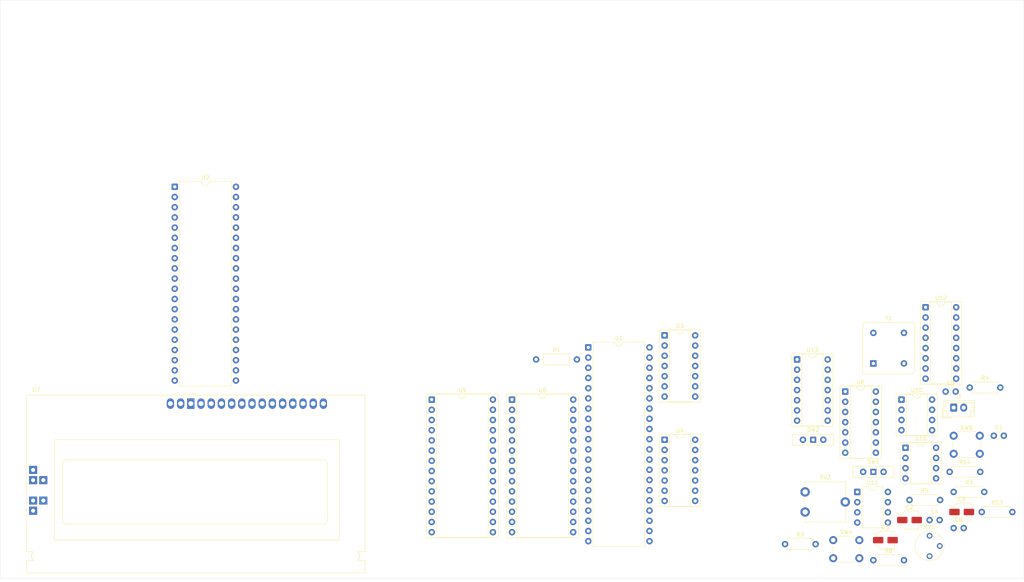
<source format=kicad_pcb>
(kicad_pcb (version 20241229) (generator "pcbnew") (generator_version "9.0")
  (layers (0 "F.Cu" signal) (2 "B.Cu" signal) (13 "F.Paste" user) (15 "B.Paste" user) (5 "F.SilkS" user "F.Silkscreen") (7 "B.SilkS" user "B.Silkscreen") (1 "F.Mask" user) (3 "B.Mask" user) (25 "Edge.Cuts" user))
  (net 0 "")
  (net 2 "+5V")
  (net 3 "/D3")
  (net 4 "/A5")
  (net 5 "GND")
  (net 6 "/A7")
  (net 7 "/A1")
  (net 8 "/A9")
  (net 9 "/A8")
  (net 10 "/D7")
  (net 11 "/A13")
  (net 13 "/D4")
  (net 15 "/R{slash}W")
  (net 17 "/D6")
  (net 19 "/A0")
  (net 20 "/A10")
  (net 21 "/A15")
  (net 22 "/A11")
  (net 23 "/Reset")
  (net 24 "/A6")
  (net 25 "/A2")
  (net 27 "/A3")
  (net 28 "/A14")
  (net 29 "/A12")
  (net 30 "/Clock")
  (net 31 "Net-(U1-RDY)")
  (net 32 "/A4")
  (net 34 "/D1")
  (net 35 "/D0")
  (net 36 "/D2")
  (net 37 "/D5")
  (net 38 "Net-(U2-~{CS2})")
  (net 40 "Net-(U2-PB0)")
  (net 41 "Net-(U2-PB5)")
  (net 42 "Net-(U2-PB2)")
  (net 47 "Net-(U2-PB6)")
  (net 49 "Net-(U2-PB4)")
  (net 52 "Net-(U2-PB7)")
  (net 56 "Net-(U2-PB1)")
  (net 63 "Net-(U8-~{CS})")
  (net 64 "Net-(U10-THR)")
  (net 65 "Net-(U10-DIS)")
  (net 66 "Slow Clock")
  (net 67 "Net-(U10-CV)")
  (net 68 "Net-(U11-DIS)")
  (net 69 "Net-(U11-TR)")
  (net 70 "Net-(U11-CV)")
  (net 71 "Net-(SW2-B)")
  (net 72 "Net-(U16-DIS)")
  (net 73 "Net-(U16-Q)")
  (net 74 "Net-(U16-TR)")
  (net 75 "Net-(U16-CV)")
  (net 76 "Net-(U12A-C)")
  (net 77 "Net-(R5-Pad2)")
  (net 79 "Net-(SW1-B)")
  (net 80 "Net-(U3-Pad5)")
  (net 81 "Net-(U3-Pad6)")
  (net 82 "Net-(U9-~{CS})")
  (net 83 "Net-(U3-Pad4)")
  (net 84 "Net-(U3-Pad2)")
  (net 85 "Net-(U4-Pad2)")
  (net 86 "Reset")
  (net 87 "Net-(U13-Pad10)")
  (net 88 "Net-(SW2-A)")
  (net 90 "Net-(U12A-~{Q})")
  (net 92 "Net-(U13-Pad12)")
  (net 93 "Clock")
  (net 94 "Net-(U13-Pad13)")
  (net 95 "Fast Clock")
  (footprint "Display:RC1602A" (layer "F.Cu") (at 66 116)
    (property "Reference" "U7" (at -38.53 -3.41 180) (layer "F.SilkS"))
    (property "Value" "RC1602A")
    (pad "" np_thru_hole circle (at -38.28 38 180) (size 2.5 2.5) (drill 2.5) (layers "*.Cu" "*.Mask"))
    (pad "" np_thru_hole circle (at -36.78 2 180) (size 2.5 2.5) (drill 2.5) (layers "*.Cu" "*.Mask"))
    (pad "" np_thru_hole circle (at 39.22 2 180) (size 2.5 2.5) (drill 2.5) (layers "*.Cu" "*.Mask"))
    (pad "" np_thru_hole circle (at 40.72 38 180) (size 2.5 2.5) (drill 2.5) (layers "*.Cu" "*.Mask"))
    (pad "1" thru_hole rect (at 0 0 180) (size 1.8 2.6) (drill 1.2) (layers "*.Cu" "*.Mask") (net 5 "GND"))
    (pad "2" thru_hole oval (at 2.54 0 180) (size 1.8 2.6) (drill 1.2) (layers "*.Cu" "*.Mask") (net 2 "+5V"))
    (pad "3" thru_hole oval (at 5.08 0 180) (size 1.8 2.6) (drill 1.2) (layers "*.Cu" "*.Mask") (net 5 "GND"))
    (pad "4" thru_hole oval (at 7.62 0 180) (size 1.8 2.6) (drill 1.2) (layers "*.Cu" "*.Mask") (net 56 "Net-(U2-PB1)"))
    (pad "5" thru_hole oval (at 10.16 0 180) (size 1.8 2.6) (drill 1.2) (layers "*.Cu" "*.Mask") (net 42 "Net-(U2-PB2)"))
    (pad "6" thru_hole oval (at 12.7 0 180) (size 1.8 2.6) (drill 1.2) (layers "*.Cu" "*.Mask") (net 40 "Net-(U2-PB0)"))
    (pad "7" thru_hole oval (at 15.24 0 180) (size 1.8 2.6) (drill 1.2) (layers "*.Cu" "*.Mask"))
    (pad "8" thru_hole oval (at 17.78 0 180) (size 1.8 2.6) (drill 1.2) (layers "*.Cu" "*.Mask"))
    (pad "9" thru_hole oval (at 20.32 0 180) (size 1.8 2.6) (drill 1.2) (layers "*.Cu" "*.Mask"))
    (pad "10" thru_hole oval (at 22.86 0 180) (size 1.8 2.6) (drill 1.2) (layers "*.Cu" "*.Mask"))
    (pad "11" thru_hole oval (at 25.4 0 180) (size 1.8 2.6) (drill 1.2) (layers "*.Cu" "*.Mask") (net 49 "Net-(U2-PB4)"))
    (pad "12" thru_hole oval (at 27.94 0 180) (size 1.8 2.6) (drill 1.2) (layers "*.Cu" "*.Mask") (net 41 "Net-(U2-PB5)"))
    (pad "13" thru_hole oval (at 30.48508 0.00254 180) (size 1.8 2.6) (drill 1.2) (layers "*.Cu" "*.Mask") (net 47 "Net-(U2-PB6)"))
    (pad "14" thru_hole oval (at 33.02 0 180) (size 1.8 2.6) (drill 1.2) (layers "*.Cu" "*.Mask") (net 52 "Net-(U2-PB7)"))
    (pad "15" thru_hole oval (at -5.08 0 180) (size 1.8 2.6) (drill 1.2) (layers "*.Cu" "*.Mask") (net 2 "+5V"))
    (pad "16" thru_hole oval (at -2.53492 0.00254 180) (size 1.8 2.6) (drill 1.2) (layers "*.Cu" "*.Mask") (net 2 "+5V"))
    (pad "A1" thru_hole rect (at -39.28 24.14 180) (size 2 2) (drill 1) (layers "*.Cu" "*.Mask"))
    (pad "A1" thru_hole rect (at -39.28 26.68 180) (size 2 2) (drill 1) (layers "*.Cu" "*.Mask"))
    (pad "A1" thru_hole rect (at -36.74 24.14 180) (size 2 2) (drill 1) (layers "*.Cu" "*.Mask"))
    (pad "K1" thru_hole rect (at -39.28 16.52 180) (size 2 2) (drill 1) (layers "*.Cu" "*.Mask"))
    (pad "K1" thru_hole rect (at -39.28 19.06 180) (size 2 2) (drill 1) (layers "*.Cu" "*.Mask"))
    (pad "K1" thru_hole rect (at -36.74 19.06 180) (size 2 2) (drill 1) (layers "*.Cu" "*.Mask"))
  )
  (footprint "Resistor_THT:R_Axial_DIN0207_L6.3mm_D2.5mm_P7.62mm_Horizontal" (layer "F.Cu") (at 255 133)
    (property "Reference" "R14" (at 3.81 -2.37 0) (layer "F.SilkS"))
    (property "Value" "1k")
    (pad "1" thru_hole circle (at 0 0) (size 1.6 1.6) (drill 0.8) (layers "*.Cu" "*.Mask") (net 72 "Net-(U16-DIS)"))
    (pad "2" thru_hole circle (at 7.62 0) (size 1.6 1.6) (drill 0.8) (layers "*.Cu" "*.Mask") (net 2 "+5V"))
  )
  (footprint "Resistor_THT:R_Axial_DIN0207_L6.3mm_D2.5mm_P7.62mm_Horizontal" (layer "F.Cu") (at 236 155)
    (property "Reference" "R8" (at 3.81 -2.37 0) (layer "F.SilkS"))
    (property "Value" "1k")
    (pad "1" thru_hole circle (at 0 0) (size 1.6 1.6) (drill 0.8) (layers "*.Cu" "*.Mask") (net 68 "Net-(U11-DIS)"))
    (pad "2" thru_hole circle (at 7.62 0) (size 1.6 1.6) (drill 0.8) (layers "*.Cu" "*.Mask") (net 2 "+5V"))
  )
  (footprint "Capacitor_SMD:CP_Elec_4x3" (layer "F.Cu") (at 245 145)
    (property "Reference" "C2" (at 0 -3.2 0) (layer "F.SilkS"))
    (property "Value" ".22u")
    (pad "1" smd roundrect (at -1.8 0) (size 2.6 1.6) (layers "F.Cu" "F.Mask" "F.Paste") (roundrect_rratio 0.15625) (net 64 "Net-(U10-THR)"))
    (pad "2" smd roundrect (at 1.8 0) (size 2.6 1.6) (layers "F.Cu" "F.Mask" "F.Paste") (roundrect_rratio 0.15625) (net 5 "GND"))
  )
  (footprint "Package_DIP:DIP-28_W15.24mm_Socket" (layer "F.Cu") (at 146 115)
    (property "Reference" "U8" (at 7.62 -2.33 0) (layer "F.SilkS"))
    (property "Value" "HM62256BLP")
    (pad "1" thru_hole roundrect (at 0 0) (size 1.6 1.6) (drill 0.8) (layers "*.Cu" "*.Mask") (roundrect_rratio 0.15625) (net 28 "/A14"))
    (pad "2" thru_hole circle (at 0 2.54) (size 1.6 1.6) (drill 0.8) (layers "*.Cu" "*.Mask") (net 29 "/A12"))
    (pad "3" thru_hole circle (at 0 5.08) (size 1.6 1.6) (drill 0.8) (layers "*.Cu" "*.Mask") (net 6 "/A7"))
    (pad "4" thru_hole circle (at 0 7.62) (size 1.6 1.6) (drill 0.8) (layers "*.Cu" "*.Mask") (net 24 "/A6"))
    (pad "5" thru_hole circle (at 0 10.16) (size 1.6 1.6) (drill 0.8) (layers "*.Cu" "*.Mask") (net 4 "/A5"))
    (pad "6" thru_hole circle (at 0 12.7) (size 1.6 1.6) (drill 0.8) (layers "*.Cu" "*.Mask") (net 32 "/A4"))
    (pad "7" thru_hole circle (at 0 15.24) (size 1.6 1.6) (drill 0.8) (layers "*.Cu" "*.Mask") (net 27 "/A3"))
    (pad "8" thru_hole circle (at 0 17.78) (size 1.6 1.6) (drill 0.8) (layers "*.Cu" "*.Mask") (net 25 "/A2"))
    (pad "9" thru_hole circle (at 0 20.32) (size 1.6 1.6) (drill 0.8) (layers "*.Cu" "*.Mask") (net 7 "/A1"))
    (pad "10" thru_hole circle (at 0 22.86) (size 1.6 1.6) (drill 0.8) (layers "*.Cu" "*.Mask") (net 19 "/A0"))
    (pad "11" thru_hole circle (at 0 25.4) (size 1.6 1.6) (drill 0.8) (layers "*.Cu" "*.Mask") (net 35 "/D0"))
    (pad "12" thru_hole circle (at 0 27.94) (size 1.6 1.6) (drill 0.8) (layers "*.Cu" "*.Mask") (net 34 "/D1"))
    (pad "13" thru_hole circle (at 0 30.48) (size 1.6 1.6) (drill 0.8) (layers "*.Cu" "*.Mask") (net 36 "/D2"))
    (pad "14" thru_hole circle (at 0 33.02) (size 1.6 1.6) (drill 0.8) (layers "*.Cu" "*.Mask") (net 5 "GND"))
    (pad "15" thru_hole circle (at 15.24 33.02) (size 1.6 1.6) (drill 0.8) (layers "*.Cu" "*.Mask") (net 3 "/D3"))
    (pad "16" thru_hole circle (at 15.24 30.48) (size 1.6 1.6) (drill 0.8) (layers "*.Cu" "*.Mask") (net 13 "/D4"))
    (pad "17" thru_hole circle (at 15.24 27.94) (size 1.6 1.6) (drill 0.8) (layers "*.Cu" "*.Mask") (net 37 "/D5"))
    (pad "18" thru_hole circle (at 15.24 25.4) (size 1.6 1.6) (drill 0.8) (layers "*.Cu" "*.Mask") (net 17 "/D6"))
    (pad "19" thru_hole circle (at 15.24 22.86) (size 1.6 1.6) (drill 0.8) (layers "*.Cu" "*.Mask") (net 10 "/D7"))
    (pad "20" thru_hole circle (at 15.24 20.32) (size 1.6 1.6) (drill 0.8) (layers "*.Cu" "*.Mask") (net 63 "Net-(U8-~{CS})"))
    (pad "21" thru_hole circle (at 15.24 17.78) (size 1.6 1.6) (drill 0.8) (layers "*.Cu" "*.Mask") (net 20 "/A10"))
    (pad "22" thru_hole circle (at 15.24 15.24) (size 1.6 1.6) (drill 0.8) (layers "*.Cu" "*.Mask") (net 5 "GND"))
    (pad "23" thru_hole circle (at 15.24 12.7) (size 1.6 1.6) (drill 0.8) (layers "*.Cu" "*.Mask") (net 22 "/A11"))
    (pad "24" thru_hole circle (at 15.24 10.16) (size 1.6 1.6) (drill 0.8) (layers "*.Cu" "*.Mask") (net 8 "/A9"))
    (pad "25" thru_hole circle (at 15.24 7.62) (size 1.6 1.6) (drill 0.8) (layers "*.Cu" "*.Mask") (net 9 "/A8"))
    (pad "26" thru_hole circle (at 15.24 5.08) (size 1.6 1.6) (drill 0.8) (layers "*.Cu" "*.Mask") (net 11 "/A13"))
    (pad "27" thru_hole circle (at 15.24 2.54) (size 1.6 1.6) (drill 0.8) (layers "*.Cu" "*.Mask") (net 15 "/R{slash}W"))
    (pad "28" thru_hole circle (at 15.24 0) (size 1.6 1.6) (drill 0.8) (layers "*.Cu" "*.Mask") (net 2 "+5V"))
  )
  (footprint "Capacitor_SMD:CP_Elec_4x3" (layer "F.Cu") (at 239 150)
    (property "Reference" "C5" (at 0 -3.2 0) (layer "F.SilkS"))
    (property "Value" "3.3u")
    (pad "1" smd roundrect (at -1.8 0) (size 2.6 1.6) (layers "F.Cu" "F.Mask" "F.Paste") (roundrect_rratio 0.15625) (net 68 "Net-(U11-DIS)"))
    (pad "2" smd roundrect (at 1.8 0) (size 2.6 1.6) (layers "F.Cu" "F.Mask" "F.Paste") (roundrect_rratio 0.15625) (net 5 "GND"))
  )
  (footprint "Package_DIP:DIP-8_W7.62mm_Socket" (layer "F.Cu") (at 244 127)
    (property "Reference" "U16" (at 3.81 -2.33 0) (layer "F.SilkS"))
    (property "Value" "NA555P")
    (pad "1" thru_hole roundrect (at 0 0) (size 1.6 1.6) (drill 0.8) (layers "*.Cu" "*.Mask") (roundrect_rratio 0.15625) (net 5 "GND"))
    (pad "2" thru_hole circle (at 0 2.54) (size 1.6 1.6) (drill 0.8) (layers "*.Cu" "*.Mask") (net 74 "Net-(U16-TR)"))
    (pad "3" thru_hole circle (at 0 5.08) (size 1.6 1.6) (drill 0.8) (layers "*.Cu" "*.Mask") (net 73 "Net-(U16-Q)"))
    (pad "4" thru_hole circle (at 0 7.62) (size 1.6 1.6) (drill 0.8) (layers "*.Cu" "*.Mask") (net 2 "+5V"))
    (pad "5" thru_hole circle (at 7.62 7.62) (size 1.6 1.6) (drill 0.8) (layers "*.Cu" "*.Mask") (net 75 "Net-(U16-CV)"))
    (pad "6" thru_hole circle (at 7.62 5.08) (size 1.6 1.6) (drill 0.8) (layers "*.Cu" "*.Mask") (net 72 "Net-(U16-DIS)"))
    (pad "7" thru_hole circle (at 7.62 2.54) (size 1.6 1.6) (drill 0.8) (layers "*.Cu" "*.Mask") (net 72 "Net-(U16-DIS)"))
    (pad "8" thru_hole circle (at 7.62 0) (size 1.6 1.6) (drill 0.8) (layers "*.Cu" "*.Mask") (net 2 "+5V"))
  )
  (footprint "Button_Switch_THT:SW_Slide-03_Wuerth-WS-SLTV_10x2.5x6.4_P2.54mm" (layer "F.Cu") (at 221 125)
    (property "Reference" "SW2" (at 0 -2.54 0) (layer "F.SilkS"))
    (property "Value" "CLK_SEL")
    (pad "1" thru_hole rect (at 0 0) (size 1.5 1.5) (drill 0.8) (layers "*.Cu" "*.Mask") (net 88 "Net-(SW2-A)"))
    (pad "2" thru_hole circle (at -2.54 0) (size 1.6 1.6) (drill 0.8) (layers "*.Cu" "*.Mask") (net 71 "Net-(SW2-B)"))
    (pad "3" thru_hole circle (at 2.54 0) (size 1.6 1.6) (drill 0.8) (layers "*.Cu" "*.Mask") (net 66 "Slow Clock"))
  )
  (footprint "Package_DIP:DIP-40_W15.24mm" (layer "F.Cu") (at 62 62)
    (property "Reference" "U2" (at 7.62 -2.33 0) (layer "F.SilkS"))
    (property "Value" "W65C22SxP")
    (pad "1" thru_hole roundrect (at 0 0) (size 1.6 1.6) (drill 0.8) (layers "*.Cu" "*.Mask") (roundrect_rratio 0.15625) (net 5 "GND"))
    (pad "2" thru_hole circle (at 0 2.54) (size 1.6 1.6) (drill 0.8) (layers "*.Cu" "*.Mask"))
    (pad "3" thru_hole circle (at 0 5.08) (size 1.6 1.6) (drill 0.8) (layers "*.Cu" "*.Mask"))
    (pad "4" thru_hole circle (at 0 7.62) (size 1.6 1.6) (drill 0.8) (layers "*.Cu" "*.Mask"))
    (pad "5" thru_hole circle (at 0 10.16) (size 1.6 1.6) (drill 0.8) (layers "*.Cu" "*.Mask"))
    (pad "6" thru_hole circle (at 0 12.7) (size 1.6 1.6) (drill 0.8) (layers "*.Cu" "*.Mask"))
    (pad "7" thru_hole circle (at 0 15.24) (size 1.6 1.6) (drill 0.8) (layers "*.Cu" "*.Mask"))
    (pad "8" thru_hole circle (at 0 17.78) (size 1.6 1.6) (drill 0.8) (layers "*.Cu" "*.Mask"))
    (pad "9" thru_hole circle (at 0 20.32) (size 1.6 1.6) (drill 0.8) (layers "*.Cu" "*.Mask"))
    (pad "10" thru_hole circle (at 0 22.86) (size 1.6 1.6) (drill 0.8) (layers "*.Cu" "*.Mask") (net 40 "Net-(U2-PB0)"))
    (pad "11" thru_hole circle (at 0 25.4) (size 1.6 1.6) (drill 0.8) (layers "*.Cu" "*.Mask") (net 56 "Net-(U2-PB1)"))
    (pad "12" thru_hole circle (at 0 27.94) (size 1.6 1.6) (drill 0.8) (layers "*.Cu" "*.Mask") (net 42 "Net-(U2-PB2)"))
    (pad "13" thru_hole circle (at 0 30.48) (size 1.6 1.6) (drill 0.8) (layers "*.Cu" "*.Mask"))
    (pad "14" thru_hole circle (at 0 33.02) (size 1.6 1.6) (drill 0.8) (layers "*.Cu" "*.Mask") (net 49 "Net-(U2-PB4)"))
    (pad "15" thru_hole circle (at 0 35.56) (size 1.6 1.6) (drill 0.8) (layers "*.Cu" "*.Mask") (net 41 "Net-(U2-PB5)"))
    (pad "16" thru_hole circle (at 0 38.1) (size 1.6 1.6) (drill 0.8) (layers "*.Cu" "*.Mask") (net 47 "Net-(U2-PB6)"))
    (pad "17" thru_hole circle (at 0 40.64) (size 1.6 1.6) (drill 0.8) (layers "*.Cu" "*.Mask") (net 52 "Net-(U2-PB7)"))
    (pad "18" thru_hole circle (at 0 43.18) (size 1.6 1.6) (drill 0.8) (layers "*.Cu" "*.Mask"))
    (pad "19" thru_hole circle (at 0 45.72) (size 1.6 1.6) (drill 0.8) (layers "*.Cu" "*.Mask"))
    (pad "20" thru_hole circle (at 0 48.26) (size 1.6 1.6) (drill 0.8) (layers "*.Cu" "*.Mask") (net 2 "+5V"))
    (pad "21" thru_hole circle (at 15.24 48.26) (size 1.6 1.6) (drill 0.8) (layers "*.Cu" "*.Mask") (net 2 "+5V"))
    (pad "22" thru_hole circle (at 15.24 45.72) (size 1.6 1.6) (drill 0.8) (layers "*.Cu" "*.Mask") (net 15 "/R{slash}W"))
    (pad "23" thru_hole circle (at 15.24 43.18) (size 1.6 1.6) (drill 0.8) (layers "*.Cu" "*.Mask") (net 38 "Net-(U2-~{CS2})"))
    (pad "24" thru_hole circle (at 15.24 40.64) (size 1.6 1.6) (drill 0.8) (layers "*.Cu" "*.Mask") (net 21 "/A15"))
    (pad "25" thru_hole circle (at 15.24 38.1) (size 1.6 1.6) (drill 0.8) (layers "*.Cu" "*.Mask") (net 30 "/Clock"))
    (pad "26" thru_hole circle (at 15.24 35.56) (size 1.6 1.6) (drill 0.8) (layers "*.Cu" "*.Mask") (net 10 "/D7"))
    (pad "27" thru_hole circle (at 15.24 33.02) (size 1.6 1.6) (drill 0.8) (layers "*.Cu" "*.Mask") (net 17 "/D6"))
    (pad "28" thru_hole circle (at 15.24 30.48) (size 1.6 1.6) (drill 0.8) (layers "*.Cu" "*.Mask") (net 37 "/D5"))
    (pad "29" thru_hole circle (at 15.24 27.94) (size 1.6 1.6) (drill 0.8) (layers "*.Cu" "*.Mask") (net 13 "/D4"))
    (pad "30" thru_hole circle (at 15.24 25.4) (size 1.6 1.6) (drill 0.8) (layers "*.Cu" "*.Mask") (net 3 "/D3"))
    (pad "31" thru_hole circle (at 15.24 22.86) (size 1.6 1.6) (drill 0.8) (layers "*.Cu" "*.Mask") (net 36 "/D2"))
    (pad "32" thru_hole circle (at 15.24 20.32) (size 1.6 1.6) (drill 0.8) (layers "*.Cu" "*.Mask") (net 34 "/D1"))
    (pad "33" thru_hole circle (at 15.24 17.78) (size 1.6 1.6) (drill 0.8) (layers "*.Cu" "*.Mask") (net 35 "/D0"))
    (pad "34" thru_hole circle (at 15.24 15.24) (size 1.6 1.6) (drill 0.8) (layers "*.Cu" "*.Mask") (net 23 "/Reset"))
    (pad "35" thru_hole circle (at 15.24 12.7) (size 1.6 1.6) (drill 0.8) (layers "*.Cu" "*.Mask") (net 27 "/A3"))
    (pad "36" thru_hole circle (at 15.24 10.16) (size 1.6 1.6) (drill 0.8) (layers "*.Cu" "*.Mask") (net 25 "/A2"))
    (pad "37" thru_hole circle (at 15.24 7.62) (size 1.6 1.6) (drill 0.8) (layers "*.Cu" "*.Mask") (net 7 "/A1"))
    (pad "38" thru_hole circle (at 15.24 5.08) (size 1.6 1.6) (drill 0.8) (layers "*.Cu" "*.Mask") (net 19 "/A0"))
    (pad "39" thru_hole circle (at 15.24 2.54) (size 1.6 1.6) (drill 0.8) (layers "*.Cu" "*.Mask"))
    (pad "40" thru_hole circle (at 15.24 0) (size 1.6 1.6) (drill 0.8) (layers "*.Cu" "*.Mask"))
  )
  (footprint "Package_DIP:DIP-14_W7.62mm_Socket" (layer "F.Cu") (at 229 113)
    (property "Reference" "U6" (at 3.81 -2.33 0) (layer "F.SilkS"))
    (property "Value" "74HC14")
    (pad "1" thru_hole roundrect (at 0 0) (size 1.6 1.6) (drill 0.8) (layers "*.Cu" "*.Mask") (roundrect_rratio 0.15625) (net 79 "Net-(SW1-B)"))
    (pad "2" thru_hole circle (at 0 2.54) (size 1.6 1.6) (drill 0.8) (layers "*.Cu" "*.Mask") (net 87 "Net-(U13-Pad10)"))
    (pad "3" thru_hole circle (at 0 5.08) (size 1.6 1.6) (drill 0.8) (layers "*.Cu" "*.Mask"))
    (pad "4" thru_hole circle (at 0 7.62) (size 1.6 1.6) (drill 0.8) (layers "*.Cu" "*.Mask"))
    (pad "5" thru_hole circle (at 0 10.16) (size 1.6 1.6) (drill 0.8) (layers "*.Cu" "*.Mask") (net 73 "Net-(U16-Q)"))
    (pad "6" thru_hole circle (at 0 12.7) (size 1.6 1.6) (drill 0.8) (layers "*.Cu" "*.Mask") (net 86 "Reset"))
    (pad "7" thru_hole circle (at 0 15.24) (size 1.6 1.6) (drill 0.8) (layers "*.Cu" "*.Mask"))
    (pad "8" thru_hole circle (at 7.62 15.24) (size 1.6 1.6) (drill 0.8) (layers "*.Cu" "*.Mask"))
    (pad "9" thru_hole circle (at 7.62 12.7) (size 1.6 1.6) (drill 0.8) (layers "*.Cu" "*.Mask"))
    (pad "10" thru_hole circle (at 7.62 10.16) (size 1.6 1.6) (drill 0.8) (layers "*.Cu" "*.Mask"))
    (pad "11" thru_hole circle (at 7.62 7.62) (size 1.6 1.6) (drill 0.8) (layers "*.Cu" "*.Mask"))
    (pad "12" thru_hole circle (at 7.62 5.08) (size 1.6 1.6) (drill 0.8) (layers "*.Cu" "*.Mask"))
    (pad "13" thru_hole circle (at 7.62 2.54) (size 1.6 1.6) (drill 0.8) (layers "*.Cu" "*.Mask"))
    (pad "14" thru_hole circle (at 7.62 0) (size 1.6 1.6) (drill 0.8) (layers "*.Cu" "*.Mask"))
  )
  (footprint "Button_Switch_THT:SW_PUSH_6mm" (layer "F.Cu") (at 226 150)
    (property "Reference" "SW4" (at 3.25 -2 0) (layer "F.SilkS"))
    (property "Value" "Manual Clock")
    (pad "1" thru_hole circle (at 0 0 90) (size 2 2) (drill 1.1) (layers "*.Cu" "*.Mask") (net 5 "GND"))
    (pad "1" thru_hole circle (at 6.5 0 90) (size 2 2) (drill 1.1) (layers "*.Cu" "*.Mask") (net 5 "GND"))
    (pad "2" thru_hole circle (at 0 4.5 90) (size 2 2) (drill 1.1) (layers "*.Cu" "*.Mask") (net 69 "Net-(U11-TR)"))
    (pad "2" thru_hole circle (at 6.5 4.5 90) (size 2 2) (drill 1.1) (layers "*.Cu" "*.Mask") (net 69 "Net-(U11-TR)"))
  )
  (footprint "Package_DIP:DIP-40_W15.24mm" (layer "F.Cu") (at 165 102)
    (property "Reference" "U1" (at 7.62 -2.33 0) (layer "F.SilkS"))
    (property "Value" "W65C816SxP")
    (pad "1" thru_hole roundrect (at 0 0) (size 1.6 1.6) (drill 0.8) (layers "*.Cu" "*.Mask") (roundrect_rratio 0.15625))
    (pad "2" thru_hole circle (at 0 2.54) (size 1.6 1.6) (drill 0.8) (layers "*.Cu" "*.Mask") (net 31 "Net-(U1-RDY)"))
    (pad "3" thru_hole circle (at 0 5.08) (size 1.6 1.6) (drill 0.8) (layers "*.Cu" "*.Mask") (net 2 "+5V"))
    (pad "4" thru_hole circle (at 0 7.62) (size 1.6 1.6) (drill 0.8) (layers "*.Cu" "*.Mask") (net 2 "+5V"))
    (pad "5" thru_hole circle (at 0 10.16) (size 1.6 1.6) (drill 0.8) (layers "*.Cu" "*.Mask"))
    (pad "6" thru_hole circle (at 0 12.7) (size 1.6 1.6) (drill 0.8) (layers "*.Cu" "*.Mask") (net 2 "+5V"))
    (pad "7" thru_hole circle (at 0 15.24) (size 1.6 1.6) (drill 0.8) (layers "*.Cu" "*.Mask"))
    (pad "8" thru_hole circle (at 0 17.78) (size 1.6 1.6) (drill 0.8) (layers "*.Cu" "*.Mask") (net 2 "+5V"))
    (pad "9" thru_hole circle (at 0 20.32) (size 1.6 1.6) (drill 0.8) (layers "*.Cu" "*.Mask") (net 19 "/A0"))
    (pad "10" thru_hole circle (at 0 22.86) (size 1.6 1.6) (drill 0.8) (layers "*.Cu" "*.Mask") (net 7 "/A1"))
    (pad "11" thru_hole circle (at 0 25.4) (size 1.6 1.6) (drill 0.8) (layers "*.Cu" "*.Mask") (net 25 "/A2"))
    (pad "12" thru_hole circle (at 0 27.94) (size 1.6 1.6) (drill 0.8) (layers "*.Cu" "*.Mask") (net 27 "/A3"))
    (pad "13" thru_hole circle (at 0 30.48) (size 1.6 1.6) (drill 0.8) (layers "*.Cu" "*.Mask") (net 32 "/A4"))
    (pad "14" thru_hole circle (at 0 33.02) (size 1.6 1.6) (drill 0.8) (layers "*.Cu" "*.Mask") (net 4 "/A5"))
    (pad "15" thru_hole circle (at 0 35.56) (size 1.6 1.6) (drill 0.8) (layers "*.Cu" "*.Mask") (net 24 "/A6"))
    (pad "16" thru_hole circle (at 0 38.1) (size 1.6 1.6) (drill 0.8) (layers "*.Cu" "*.Mask") (net 6 "/A7"))
    (pad "17" thru_hole circle (at 0 40.64) (size 1.6 1.6) (drill 0.8) (layers "*.Cu" "*.Mask") (net 9 "/A8"))
    (pad "18" thru_hole circle (at 0 43.18) (size 1.6 1.6) (drill 0.8) (layers "*.Cu" "*.Mask") (net 8 "/A9"))
    (pad "19" thru_hole circle (at 0 45.72) (size 1.6 1.6) (drill 0.8) (layers "*.Cu" "*.Mask") (net 20 "/A10"))
    (pad "20" thru_hole circle (at 0 48.26) (size 1.6 1.6) (drill 0.8) (layers "*.Cu" "*.Mask") (net 22 "/A11"))
    (pad "21" thru_hole circle (at 15.24 48.26) (size 1.6 1.6) (drill 0.8) (layers "*.Cu" "*.Mask") (net 5 "GND"))
    (pad "22" thru_hole circle (at 15.24 45.72) (size 1.6 1.6) (drill 0.8) (layers "*.Cu" "*.Mask") (net 29 "/A12"))
    (pad "23" thru_hole circle (at 15.24 43.18) (size 1.6 1.6) (drill 0.8) (layers "*.Cu" "*.Mask") (net 11 "/A13"))
    (pad "24" thru_hole circle (at 15.24 40.64) (size 1.6 1.6) (drill 0.8) (layers "*.Cu" "*.Mask") (net 28 "/A14"))
    (pad "25" thru_hole circle (at 15.24 38.1) (size 1.6 1.6) (drill 0.8) (layers "*.Cu" "*.Mask") (net 21 "/A15"))
    (pad "26" thru_hole circle (at 15.24 35.56) (size 1.6 1.6) (drill 0.8) (layers "*.Cu" "*.Mask") (net 10 "/D7"))
    (pad "27" thru_hole circle (at 15.24 33.02) (size 1.6 1.6) (drill 0.8) (layers "*.Cu" "*.Mask") (net 17 "/D6"))
    (pad "28" thru_hole circle (at 15.24 30.48) (size 1.6 1.6) (drill 0.8) (layers "*.Cu" "*.Mask") (net 37 "/D5"))
    (pad "29" thru_hole circle (at 15.24 27.94) (size 1.6 1.6) (drill 0.8) (layers "*.Cu" "*.Mask") (net 13 "/D4"))
    (pad "30" thru_hole circle (at 15.24 25.4) (size 1.6 1.6) (drill 0.8) (layers "*.Cu" "*.Mask") (net 3 "/D3"))
    (pad "31" thru_hole circle (at 15.24 22.86) (size 1.6 1.6) (drill 0.8) (layers "*.Cu" "*.Mask") (net 36 "/D2"))
    (pad "32" thru_hole circle (at 15.24 20.32) (size 1.6 1.6) (drill 0.8) (layers "*.Cu" "*.Mask") (net 34 "/D1"))
    (pad "33" thru_hole circle (at 15.24 17.78) (size 1.6 1.6) (drill 0.8) (layers "*.Cu" "*.Mask") (net 35 "/D0"))
    (pad "34" thru_hole circle (at 15.24 15.24) (size 1.6 1.6) (drill 0.8) (layers "*.Cu" "*.Mask") (net 15 "/R{slash}W"))
    (pad "35" thru_hole circle (at 15.24 12.7) (size 1.6 1.6) (drill 0.8) (layers "*.Cu" "*.Mask"))
    (pad "36" thru_hole circle (at 15.24 10.16) (size 1.6 1.6) (drill 0.8) (layers "*.Cu" "*.Mask"))
    (pad "37" thru_hole circle (at 15.24 7.62) (size 1.6 1.6) (drill 0.8) (layers "*.Cu" "*.Mask") (net 30 "/Clock"))
    (pad "38" thru_hole circle (at 15.24 5.08) (size 1.6 1.6) (drill 0.8) (layers "*.Cu" "*.Mask"))
    (pad "39" thru_hole circle (at 15.24 2.54) (size 1.6 1.6) (drill 0.8) (layers "*.Cu" "*.Mask"))
    (pad "40" thru_hole circle (at 15.24 0) (size 1.6 1.6) (drill 0.8) (layers "*.Cu" "*.Mask") (net 23 "/Reset"))
  )
  (footprint "Potentiometer_THT:Potentiometer_Vishay_T7-YA_Single_Vertical" (layer "F.Cu") (at 250 154)
    (property "Reference" "RV1" (at -0.04 -7.29 0) (layer "F.SilkS"))
    (property "Value" "50k")
    (pad "1" thru_hole circle (at 0 0) (size 1.44 1.44) (drill 0.8) (layers "*.Cu" "*.Mask") (net 64 "Net-(U10-THR)"))
    (pad "2" thru_hole circle (at 2.54 -2.54) (size 1.44 1.44) (drill 0.8) (layers "*.Cu" "*.Mask") (net 77 "Net-(R5-Pad2)"))
    (pad "3" thru_hole circle (at 0 -5.08) (size 1.44 1.44) (drill 0.8) (layers "*.Cu" "*.Mask"))
  )
  (footprint "Resistor_THT:R_Axial_DIN0207_L6.3mm_D2.5mm_P7.62mm_Horizontal" (layer "F.Cu") (at 214 151)
    (property "Reference" "R9" (at 3.81 -2.37 0) (layer "F.SilkS"))
    (property "Value" "1k")
    (pad "1" thru_hole circle (at 0 0) (size 1.6 1.6) (drill 0.8) (layers "*.Cu" "*.Mask") (net 69 "Net-(U11-TR)"))
    (pad "2" thru_hole circle (at 7.62 0) (size 1.6 1.6) (drill 0.8) (layers "*.Cu" "*.Mask") (net 2 "+5V"))
  )
  (footprint "Package_DIP:DIP-28_W15.24mm_Socket" (layer "F.Cu") (at 126 115)
    (property "Reference" "U9" (at 7.62 -2.33 0) (layer "F.SilkS"))
    (property "Value" "28C256")
    (pad "1" thru_hole roundrect (at 0 0) (size 1.6 1.6) (drill 0.8) (layers "*.Cu" "*.Mask") (roundrect_rratio 0.15625) (net 28 "/A14"))
    (pad "2" thru_hole circle (at 0 2.54) (size 1.6 1.6) (drill 0.8) (layers "*.Cu" "*.Mask") (net 29 "/A12"))
    (pad "3" thru_hole circle (at 0 5.08) (size 1.6 1.6) (drill 0.8) (layers "*.Cu" "*.Mask") (net 6 "/A7"))
    (pad "4" thru_hole circle (at 0 7.62) (size 1.6 1.6) (drill 0.8) (layers "*.Cu" "*.Mask") (net 24 "/A6"))
    (pad "5" thru_hole circle (at 0 10.16) (size 1.6 1.6) (drill 0.8) (layers "*.Cu" "*.Mask") (net 4 "/A5"))
    (pad "6" thru_hole circle (at 0 12.7) (size 1.6 1.6) (drill 0.8) (layers "*.Cu" "*.Mask") (net 32 "/A4"))
    (pad "7" thru_hole circle (at 0 15.24) (size 1.6 1.6) (drill 0.8) (layers "*.Cu" "*.Mask") (net 27 "/A3"))
    (pad "8" thru_hole circle (at 0 17.78) (size 1.6 1.6) (drill 0.8) (layers "*.Cu" "*.Mask") (net 25 "/A2"))
    (pad "9" thru_hole circle (at 0 20.32) (size 1.6 1.6) (drill 0.8) (layers "*.Cu" "*.Mask") (net 7 "/A1"))
    (pad "10" thru_hole circle (at 0 22.86) (size 1.6 1.6) (drill 0.8) (layers "*.Cu" "*.Mask") (net 19 "/A0"))
    (pad "11" thru_hole circle (at 0 25.4) (size 1.6 1.6) (drill 0.8) (layers "*.Cu" "*.Mask") (net 35 "/D0"))
    (pad "12" thru_hole circle (at 0 27.94) (size 1.6 1.6) (drill 0.8) (layers "*.Cu" "*.Mask") (net 34 "/D1"))
    (pad "13" thru_hole circle (at 0 30.48) (size 1.6 1.6) (drill 0.8) (layers "*.Cu" "*.Mask") (net 36 "/D2"))
    (pad "14" thru_hole circle (at 0 33.02) (size 1.6 1.6) (drill 0.8) (layers "*.Cu" "*.Mask") (net 5 "GND"))
    (pad "15" thru_hole circle (at 15.24 33.02) (size 1.6 1.6) (drill 0.8) (layers "*.Cu" "*.Mask") (net 3 "/D3"))
    (pad "16" thru_hole circle (at 15.24 30.48) (size 1.6 1.6) (drill 0.8) (layers "*.Cu" "*.Mask") (net 13 "/D4"))
    (pad "17" thru_hole circle (at 15.24 27.94) (size 1.6 1.6) (drill 0.8) (layers "*.Cu" "*.Mask") (net 37 "/D5"))
    (pad "18" thru_hole circle (at 15.24 25.4) (size 1.6 1.6) (drill 0.8) (layers "*.Cu" "*.Mask") (net 17 "/D6"))
    (pad "19" thru_hole circle (at 15.24 22.86) (size 1.6 1.6) (drill 0.8) (layers "*.Cu" "*.Mask") (net 10 "/D7"))
    (pad "20" thru_hole circle (at 15.24 20.32) (size 1.6 1.6) (drill 0.8) (layers "*.Cu" "*.Mask") (net 82 "Net-(U9-~{CS})"))
    (pad "21" thru_hole circle (at 15.24 17.78) (size 1.6 1.6) (drill 0.8) (layers "*.Cu" "*.Mask") (net 20 "/A10"))
    (pad "22" thru_hole circle (at 15.24 15.24) (size 1.6 1.6) (drill 0.8) (layers "*.Cu" "*.Mask") (net 5 "GND"))
    (pad "23" thru_hole circle (at 15.24 12.7) (size 1.6 1.6) (drill 0.8) (layers "*.Cu" "*.Mask") (net 22 "/A11"))
    (pad "24" thru_hole circle (at 15.24 10.16) (size 1.6 1.6) (drill 0.8) (layers "*.Cu" "*.Mask") (net 8 "/A9"))
    (pad "25" thru_hole circle (at 15.24 7.62) (size 1.6 1.6) (drill 0.8) (layers "*.Cu" "*.Mask") (net 9 "/A8"))
    (pad "26" thru_hole circle (at 15.24 5.08) (size 1.6 1.6) (drill 0.8) (layers "*.Cu" "*.Mask") (net 11 "/A13"))
    (pad "27" thru_hole circle (at 15.24 2.54) (size 1.6 1.6) (drill 0.8) (layers "*.Cu" "*.Mask") (net 2 "+5V"))
    (pad "28" thru_hole circle (at 15.24 0) (size 1.6 1.6) (drill 0.8) (layers "*.Cu" "*.Mask") (net 2 "+5V"))
  )
  (footprint "Capacitor_THT:C_Disc_D3.0mm_W1.6mm_P2.50mm" (layer "F.Cu") (at 254 113)
    (property "Reference" "C3" (at 1.25 -2.05 0) (layer "F.SilkS"))
    (property "Value" ".1u")
    (pad "1" thru_hole circle (at 0 0) (size 1.6 1.6) (drill 0.8) (layers "*.Cu" "*.Mask") (net 2 "+5V"))
    (pad "2" thru_hole circle (at 2.5 0) (size 1.6 1.6) (drill 0.8) (layers "*.Cu" "*.Mask") (net 5 "GND"))
  )
  (footprint "Package_DIP:DIP-14_W7.62mm_Socket" (layer "F.Cu") (at 217 105)
    (property "Reference" "U13" (at 3.81 -2.33 0) (layer "F.SilkS"))
    (property "Value" "74LS00")
    (pad "1" thru_hole roundrect (at 0 0) (size 1.6 1.6) (drill 0.8) (layers "*.Cu" "*.Mask") (roundrect_rratio 0.15625) (net 79 "Net-(SW1-B)"))
    (pad "2" thru_hole circle (at 0 2.54) (size 1.6 1.6) (drill 0.8) (layers "*.Cu" "*.Mask") (net 71 "Net-(SW2-B)"))
    (pad "3" thru_hole circle (at 0 5.08) (size 1.6 1.6) (drill 0.8) (layers "*.Cu" "*.Mask") (net 94 "Net-(U13-Pad13)"))
    (pad "4" thru_hole circle (at 0 7.62) (size 1.6 1.6) (drill 0.8) (layers "*.Cu" "*.Mask"))
    (pad "5" thru_hole circle (at 0 10.16) (size 1.6 1.6) (drill 0.8) (layers "*.Cu" "*.Mask"))
    (pad "6" thru_hole circle (at 0 12.7) (size 1.6 1.6) (drill 0.8) (layers "*.Cu" "*.Mask"))
    (pad "7" thru_hole circle (at 0 15.24) (size 1.6 1.6) (drill 0.8) (layers "*.Cu" "*.Mask"))
    (pad "8" thru_hole circle (at 7.62 15.24) (size 1.6 1.6) (drill 0.8) (layers "*.Cu" "*.Mask") (net 92 "Net-(U13-Pad12)"))
    (pad "9" thru_hole circle (at 7.62 12.7) (size 1.6 1.6) (drill 0.8) (layers "*.Cu" "*.Mask") (net 95 "Fast Clock"))
    (pad "10" thru_hole circle (at 7.62 10.16) (size 1.6 1.6) (drill 0.8) (layers "*.Cu" "*.Mask") (net 87 "Net-(U13-Pad10)"))
    (pad "11" thru_hole circle (at 7.62 7.62) (size 1.6 1.6) (drill 0.8) (layers "*.Cu" "*.Mask") (net 93 "Clock"))
    (pad "12" thru_hole circle (at 7.62 5.08) (size 1.6 1.6) (drill 0.8) (layers "*.Cu" "*.Mask") (net 92 "Net-(U13-Pad12)"))
    (pad "13" thru_hole circle (at 7.62 2.54) (size 1.6 1.6) (drill 0.8) (layers "*.Cu" "*.Mask") (net 94 "Net-(U13-Pad13)"))
    (pad "14" thru_hole circle (at 7.62 0) (size 1.6 1.6) (drill 0.8) (layers "*.Cu" "*.Mask"))
  )
  (footprint "Resistor_THT:R_Axial_DIN0207_L6.3mm_D2.5mm_P10.16mm_Horizontal" (layer "F.Cu") (at 152 105)
    (property "Reference" "R1" (at 5.08 -2.37 0) (layer "F.SilkS"))
    (property "Value" "1K")
    (pad "1" thru_hole circle (at 0 0) (size 1.6 1.6) (drill 0.8) (layers "*.Cu" "*.Mask") (net 2 "+5V"))
    (pad "2" thru_hole circle (at 10.16 0) (size 1.6 1.6) (drill 0.8) (layers "*.Cu" "*.Mask") (net 31 "Net-(U1-RDY)"))
  )
  (footprint "Resistor_THT:R_Axial_DIN0207_L6.3mm_D2.5mm_P7.62mm_Horizontal" (layer "F.Cu") (at 260 112)
    (property "Reference" "R4" (at 3.81 -2.37 0) (layer "F.SilkS"))
    (property "Value" "1k")
    (pad "1" thru_hole circle (at 0 0) (size 1.6 1.6) (drill 0.8) (layers "*.Cu" "*.Mask") (net 2 "+5V"))
    (pad "2" thru_hole circle (at 7.62 0) (size 1.6 1.6) (drill 0.8) (layers "*.Cu" "*.Mask") (net 65 "Net-(U10-DIS)"))
  )
  (footprint "Connector_JST:JST_EH_B2B-EH-A_1x02_P2.50mm_Vertical" (layer "F.Cu") (at 256 117)
    (property "Reference" "J1" (at 1.25 -2.8 0) (layer "F.SilkS"))
    (property "Value" "Conn_01x02")
    (pad "1" thru_hole roundrect (at 0 0) (size 1.7 2) (drill 1) (layers "*.Cu" "*.Mask") (roundrect_rratio 0.147059) (net 2 "+5V"))
    (pad "2" thru_hole oval (at 2.5 0) (size 1.7 2) (drill 1) (layers "*.Cu" "*.Mask") (net 5 "GND"))
  )
  (footprint "Potentiometer_THT:Potentiometer_ACP_CA9-V10_Vertical_Hole" (layer "F.Cu") (at 219 143)
    (property "Reference" "RV2" (at 5 -8.65 0) (layer "F.SilkS"))
    (property "Value" "1M")
    (pad "" np_thru_hole circle (at 5 -2.5) (size 4 4) (drill 4) (layers "*.Cu" "*.Mask"))
    (pad "1" thru_hole circle (at 0 0) (size 2.34 2.34) (drill 1.3) (layers "*.Cu" "*.Mask") (net 2 "+5V"))
    (pad "2" thru_hole circle (at 10 -2.5) (size 2.34 2.34) (drill 1.3) (layers "*.Cu" "*.Mask") (net 5 "GND"))
    (pad "3" thru_hole circle (at 0 -5) (size 2.34 2.34) (drill 1.3) (layers "*.Cu" "*.Mask") (net 5 "GND"))
  )
  (footprint "Package_DIP:DIP-8_W7.62mm_Socket" (layer "F.Cu") (at 243 115)
    (property "Reference" "U10" (at 3.81 -2.33 0) (layer "F.SilkS"))
    (property "Value" "NA555P")
    (pad "1" thru_hole roundrect (at 0 0) (size 1.6 1.6) (drill 0.8) (layers "*.Cu" "*.Mask") (roundrect_rratio 0.15625) (net 5 "GND"))
    (pad "2" thru_hole circle (at 0 2.54) (size 1.6 1.6) (drill 0.8) (layers "*.Cu" "*.Mask") (net 64 "Net-(U10-THR)"))
    (pad "3" thru_hole circle (at 0 5.08) (size 1.6 1.6) (drill 0.8) (layers "*.Cu" "*.Mask") (net 66 "Slow Clock"))
    (pad "4" thru_hole circle (at 0 7.62) (size 1.6 1.6) (drill 0.8) (layers "*.Cu" "*.Mask") (net 2 "+5V"))
    (pad "5" thru_hole circle (at 7.62 7.62) (size 1.6 1.6) (drill 0.8) (layers "*.Cu" "*.Mask") (net 67 "Net-(U10-CV)"))
    (pad "6" thru_hole circle (at 7.62 5.08) (size 1.6 1.6) (drill 0.8) (layers "*.Cu" "*.Mask") (net 64 "Net-(U10-THR)"))
    (pad "7" thru_hole circle (at 7.62 2.54) (size 1.6 1.6) (drill 0.8) (layers "*.Cu" "*.Mask") (net 65 "Net-(U10-DIS)"))
    (pad "8" thru_hole circle (at 7.62 0) (size 1.6 1.6) (drill 0.8) (layers "*.Cu" "*.Mask") (net 2 "+5V"))
  )
  (footprint "Package_DIP:DIP-8_W7.62mm" (layer "F.Cu") (at 232 138)
    (property "Reference" "U11" (at 3.81 -2.33 0) (layer "F.SilkS"))
    (property "Value" "NA555P")
    (pad "1" thru_hole roundrect (at 0 0) (size 1.6 1.6) (drill 0.8) (layers "*.Cu" "*.Mask") (roundrect_rratio 0.15625) (net 5 "GND"))
    (pad "2" thru_hole circle (at 0 2.54) (size 1.6 1.6) (drill 0.8) (layers "*.Cu" "*.Mask") (net 69 "Net-(U11-TR)"))
    (pad "3" thru_hole circle (at 0 5.08) (size 1.6 1.6) (drill 0.8) (layers "*.Cu" "*.Mask") (net 88 "Net-(SW2-A)"))
    (pad "4" thru_hole circle (at 0 7.62) (size 1.6 1.6) (drill 0.8) (layers "*.Cu" "*.Mask") (net 2 "+5V"))
    (pad "5" thru_hole circle (at 7.62 7.62) (size 1.6 1.6) (drill 0.8) (layers "*.Cu" "*.Mask") (net 70 "Net-(U11-CV)"))
    (pad "6" thru_hole circle (at 7.62 5.08) (size 1.6 1.6) (drill 0.8) (layers "*.Cu" "*.Mask") (net 68 "Net-(U11-DIS)"))
    (pad "7" thru_hole circle (at 7.62 2.54) (size 1.6 1.6) (drill 0.8) (layers "*.Cu" "*.Mask") (net 68 "Net-(U11-DIS)"))
    (pad "8" thru_hole circle (at 7.62 0) (size 1.6 1.6) (drill 0.8) (layers "*.Cu" "*.Mask") (net 2 "+5V"))
  )
  (footprint "Capacitor_SMD:CP_Elec_4x3" (layer "F.Cu") (at 258 143)
    (property "Reference" "C9" (at 0 -3.2 0) (layer "F.SilkS"))
    (property "Value" "3.3u")
    (pad "1" smd roundrect (at -1.8 0) (size 2.6 1.6) (layers "F.Cu" "F.Mask" "F.Paste") (roundrect_rratio 0.15625) (net 72 "Net-(U16-DIS)"))
    (pad "2" smd roundrect (at 1.8 0) (size 2.6 1.6) (layers "F.Cu" "F.Mask" "F.Paste") (roundrect_rratio 0.15625) (net 5 "GND"))
  )
  (footprint "Button_Switch_THT:SW_PUSH_6mm_H13mm" (layer "F.Cu") (at 256 124)
    (property "Reference" "SW6" (at 3.25 -2 0) (layer "F.SilkS"))
    (property "Value" "Reset")
    (pad "1" thru_hole circle (at 0 0 90) (size 2 2) (drill 1.1) (layers "*.Cu" "*.Mask") (net 5 "GND"))
    (pad "1" thru_hole circle (at 6.5 0 90) (size 2 2) (drill 1.1) (layers "*.Cu" "*.Mask") (net 5 "GND"))
    (pad "2" thru_hole circle (at 0 4.5 90) (size 2 2) (drill 1.1) (layers "*.Cu" "*.Mask") (net 74 "Net-(U16-TR)"))
    (pad "2" thru_hole circle (at 6.5 4.5 90) (size 2 2) (drill 1.1) (layers "*.Cu" "*.Mask") (net 74 "Net-(U16-TR)"))
  )
  (footprint "Oscillator:Oscillator_DIP-8" (layer "F.Cu") (at 236 106)
    (property "Reference" "Y1" (at 3.81 -11.26 0) (layer "F.SilkS"))
    (property "Value" "CXO_DIP8")
    (pad "1" thru_hole rect (at 0 0) (size 1.6 1.6) (drill 0.8) (layers "*.Cu" "*.Mask") (net 2 "+5V"))
    (pad "4" thru_hole circle (at 7.62 0) (size 1.6 1.6) (drill 0.8) (layers "*.Cu" "*.Mask") (net 5 "GND"))
    (pad "5" thru_hole circle (at 7.62 -7.62) (size 1.6 1.6) (drill 0.8) (layers "*.Cu" "*.Mask") (net 76 "Net-(U12A-C)"))
    (pad "8" thru_hole circle (at 0 -7.62) (size 1.6 1.6) (drill 0.8) (layers "*.Cu" "*.Mask") (net 2 "+5V"))
  )
  (footprint "Resistor_THT:R_Axial_DIN0207_L6.3mm_D2.5mm_P7.62mm_Horizontal" (layer "F.Cu") (at 263 143)
    (property "Reference" "R13" (at 3.81 -2.37 0) (layer "F.SilkS"))
    (property "Value" "1k")
    (pad "1" thru_hole circle (at 0 0) (size 1.6 1.6) (drill 0.8) (layers "*.Cu" "*.Mask") (net 74 "Net-(U16-TR)"))
    (pad "2" thru_hole circle (at 7.62 0) (size 1.6 1.6) (drill 0.8) (layers "*.Cu" "*.Mask") (net 2 "+5V"))
  )
  (footprint "Capacitor_THT:C_Disc_D3.0mm_W1.6mm_P2.50mm" (layer "F.Cu") (at 266 124)
    (property "Reference" "C1" (at 1.25 -2.05 0) (layer "F.SilkS"))
    (property "Value" ".1u")
    (pad "1" thru_hole circle (at 0 0) (size 1.6 1.6) (drill 0.8) (layers "*.Cu" "*.Mask") (net 67 "Net-(U10-CV)"))
    (pad "2" thru_hole circle (at 2.5 0) (size 1.6 1.6) (drill 0.8) (layers "*.Cu" "*.Mask") (net 5 "GND"))
  )
  (footprint "Capacitor_THT:C_Disc_D3.0mm_W1.6mm_P2.50mm" (layer "F.Cu") (at 256 147)
    (property "Reference" "C8" (at 1.25 -2.05 0) (layer "F.SilkS"))
    (property "Value" ".1u")
    (pad "1" thru_hole circle (at 0 0) (size 1.6 1.6) (drill 0.8) (layers "*.Cu" "*.Mask") (net 75 "Net-(U16-CV)"))
    (pad "2" thru_hole circle (at 2.5 0) (size 1.6 1.6) (drill 0.8) (layers "*.Cu" "*.Mask") (net 5 "GND"))
  )
  (footprint "Package_DIP:DIP-14_W7.62mm_Socket" (layer "F.Cu") (at 184 99)
    (property "Reference" "U3" (at 3.81 -2.33 0) (layer "F.SilkS"))
    (property "Value" "74LS00")
    (pad "1" thru_hole roundrect (at 0 0) (size 1.6 1.6) (drill 0.8) (layers "*.Cu" "*.Mask") (roundrect_rratio 0.15625) (net 29 "/A12"))
    (pad "2" thru_hole circle (at 0 2.54) (size 1.6 1.6) (drill 0.8) (layers "*.Cu" "*.Mask") (net 84 "Net-(U3-Pad2)"))
    (pad "3" thru_hole circle (at 0 5.08) (size 1.6 1.6) (drill 0.8) (layers "*.Cu" "*.Mask") (net 38 "Net-(U2-~{CS2})"))
    (pad "4" thru_hole circle (at 0 7.62) (size 1.6 1.6) (drill 0.8) (layers "*.Cu" "*.Mask") (net 83 "Net-(U3-Pad4)"))
    (pad "5" thru_hole circle (at 0 10.16) (size 1.6 1.6) (drill 0.8) (layers "*.Cu" "*.Mask") (net 80 "Net-(U3-Pad5)"))
    (pad "6" thru_hole circle (at 0 12.7) (size 1.6 1.6) (drill 0.8) (layers "*.Cu" "*.Mask") (net 81 "Net-(U3-Pad6)"))
    (pad "7" thru_hole circle (at 0 15.24) (size 1.6 1.6) (drill 0.8) (layers "*.Cu" "*.Mask"))
    (pad "8" thru_hole circle (at 7.62 15.24) (size 1.6 1.6) (drill 0.8) (layers "*.Cu" "*.Mask") (net 82 "Net-(U9-~{CS})"))
    (pad "9" thru_hole circle (at 7.62 12.7) (size 1.6 1.6) (drill 0.8) (layers "*.Cu" "*.Mask") (net 38 "Net-(U2-~{CS2})"))
    (pad "10" thru_hole circle (at 7.62 10.16) (size 1.6 1.6) (drill 0.8) (layers "*.Cu" "*.Mask") (net 21 "/A15"))
    (pad "11" thru_hole circle (at 7.62 7.62) (size 1.6 1.6) (drill 0.8) (layers "*.Cu" "*.Mask"))
    (pad "12" thru_hole circle (at 7.62 5.08) (size 1.6 1.6) (drill 0.8) (layers "*.Cu" "*.Mask"))
    (pad "13" thru_hole circle (at 7.62 2.54) (size 1.6 1.6) (drill 0.8) (layers "*.Cu" "*.Mask"))
    (pad "14" thru_hole circle (at 7.62 0) (size 1.6 1.6) (drill 0.8) (layers "*.Cu" "*.Mask"))
  )
  (footprint "Resistor_THT:R_Axial_DIN0207_L6.3mm_D2.5mm_P7.62mm_Horizontal" (layer "F.Cu") (at 256 138)
    (property "Reference" "R3" (at 3.81 -2.37 0) (layer "F.SilkS"))
    (property "Value" "idk, 1k?")
    (pad "1" thru_hole circle (at 0 0) (size 1.6 1.6) (drill 0.8) (layers "*.Cu" "*.Mask") (net 5 "GND"))
    (pad "2" thru_hole circle (at 7.62 0) (size 1.6 1.6) (drill 0.8) (layers "*.Cu" "*.Mask") (net 2 "+5V"))
  )
  (footprint "Package_DIP:DIP-14_W7.62mm_Socket" (layer "F.Cu") (at 184 125)
    (property "Reference" "U4" (at 3.81 -2.33 0) (layer "F.SilkS"))
    (property "Value" "74LS14")
    (pad "1" thru_hole roundrect (at 0 0) (size 1.6 1.6) (drill 0.8) (layers "*.Cu" "*.Mask") (roundrect_rratio 0.15625) (net 21 "/A15"))
    (pad "2" thru_hole circle (at 0 2.54) (size 1.6 1.6) (drill 0.8) (layers "*.Cu" "*.Mask") (net 85 "Net-(U4-Pad2)"))
    (pad "3" thru_hole circle (at 0 5.08) (size 1.6 1.6) (drill 0.8) (layers "*.Cu" "*.Mask") (net 85 "Net-(U4-Pad2)"))
    (pad "4" thru_hole circle (at 0 7.62) (size 1.6 1.6) (drill 0.8) (layers "*.Cu" "*.Mask") (net 63 "Net-(U8-~{CS})"))
    (pad "5" thru_hole circle (at 0 10.16) (size 1.6 1.6) (drill 0.8) (layers "*.Cu" "*.Mask") (net 11 "/A13"))
    (pad "6" thru_hole circle (at 0 12.7) (size 1.6 1.6) (drill 0.8) (layers "*.Cu" "*.Mask") (net 83 "Net-(U3-Pad4)"))
    (pad "7" thru_hole circle (at 0 15.24) (size 1.6 1.6) (drill 0.8) (layers "*.Cu" "*.Mask"))
    (pad "8" thru_hole circle (at 7.62 15.24) (size 1.6 1.6) (drill 0.8) (layers "*.Cu" "*.Mask") (net 80 "Net-(U3-Pad5)"))
    (pad "9" thru_hole circle (at 7.62 12.7) (size 1.6 1.6) (drill 0.8) (layers "*.Cu" "*.Mask") (net 28 "/A14"))
    (pad "10" thru_hole circle (at 7.62 10.16) (size 1.6 1.6) (drill 0.8) (layers "*.Cu" "*.Mask") (net 84 "Net-(U3-Pad2)"))
    (pad "11" thru_hole circle (at 7.62 7.62) (size 1.6 1.6) (drill 0.8) (layers "*.Cu" "*.Mask") (net 81 "Net-(U3-Pad6)"))
    (pad "12" thru_hole circle (at 7.62 5.08) (size 1.6 1.6) (drill 0.8) (layers "*.Cu" "*.Mask"))
    (pad "13" thru_hole circle (at 7.62 2.54) (size 1.6 1.6) (drill 0.8) (layers "*.Cu" "*.Mask"))
    (pad "14" thru_hole circle (at 7.62 0) (size 1.6 1.6) (drill 0.8) (layers "*.Cu" "*.Mask"))
  )
  (footprint "Capacitor_THT:C_Disc_D3.0mm_W1.6mm_P2.50mm" (layer "F.Cu") (at 250 145)
    (property "Reference" "C4" (at 1.25 -2.05 0) (layer "F.SilkS"))
    (property "Value" ".1u")
    (pad "1" thru_hole circle (at 0 0) (size 1.6 1.6) (drill 0.8) (layers "*.Cu" "*.Mask") (net 70 "Net-(U11-CV)"))
    (pad "2" thru_hole circle (at 2.5 0) (size 1.6 1.6) (drill 0.8) (layers "*.Cu" "*.Mask") (net 5 "GND"))
  )
  (footprint "Button_Switch_THT:SW_Slide-03_Wuerth-WS-SLTV_10x2.5x6.4_P2.54mm" (layer "F.Cu") (at 236 133)
    (property "Reference" "SW1" (at 0 -2.54 0) (layer "F.SilkS"))
    (property "Value" "CLK_SEL")
    (pad "1" thru_hole rect (at 0 0) (size 1.5 1.5) (drill 0.8) (layers "*.Cu" "*.Mask") (net 5 "GND"))
    (pad "2" thru_hole circle (at -2.54 0) (size 1.6 1.6) (drill 0.8) (layers "*.Cu" "*.Mask") (net 79 "Net-(SW1-B)"))
    (pad "3" thru_hole circle (at 2.54 0) (size 1.6 1.6) (drill 0.8) (layers "*.Cu" "*.Mask") (net 2 "+5V"))
  )
  (footprint "Package_DIP:DIP-16_W7.62mm_Socket" (layer "F.Cu") (at 249 92)
    (property "Reference" "U12" (at 3.81 -2.33 0) (layer "F.SilkS"))
    (property "Value" "74LS109")
    (pad "1" thru_hole roundrect (at 0 0) (size 1.6 1.6) (drill 0.8) (layers "*.Cu" "*.Mask") (roundrect_rratio 0.15625) (net 2 "+5V"))
    (pad "2" thru_hole circle (at 0 2.54) (size 1.6 1.6) (drill 0.8) (layers "*.Cu" "*.Mask") (net 2 "+5V"))
    (pad "3" thru_hole circle (at 0 5.08) (size 1.6 1.6) (drill 0.8) (layers "*.Cu" "*.Mask") (net 2 "+5V"))
    (pad "4" thru_hole circle (at 0 7.62) (size 1.6 1.6) (drill 0.8) (layers "*.Cu" "*.Mask") (net 76 "Net-(U12A-C)"))
    (pad "5" thru_hole circle (at 0 10.16) (size 1.6 1.6) (drill 0.8) (layers "*.Cu" "*.Mask") (net 2 "+5V"))
    (pad "6" thru_hole circle (at 0 12.7) (size 1.6 1.6) (drill 0.8) (layers "*.Cu" "*.Mask"))
    (pad "7" thru_hole circle (at 0 15.24) (size 1.6 1.6) (drill 0.8) (layers "*.Cu" "*.Mask") (net 90 "Net-(U12A-~{Q})"))
    (pad "8" thru_hole circle (at 0 17.78) (size 1.6 1.6) (drill 0.8) (layers "*.Cu" "*.Mask"))
    (pad "9" thru_hole circle (at 7.62 17.78) (size 1.6 1.6) (drill 0.8) (layers "*.Cu" "*.Mask") (net 95 "Fast Clock"))
    (pad "10" thru_hole circle (at 7.62 15.24) (size 1.6 1.6) (drill 0.8) (layers "*.Cu" "*.Mask"))
    (pad "11" thru_hole circle (at 7.62 12.7) (size 1.6 1.6) (drill 0.8) (layers "*.Cu" "*.Mask") (net 2 "+5V"))
    (pad "12" thru_hole circle (at 7.62 10.16) (size 1.6 1.6) (drill 0.8) (layers "*.Cu" "*.Mask") (net 90 "Net-(U12A-~{Q})"))
    (pad "13" thru_hole circle (at 7.62 7.62) (size 1.6 1.6) (drill 0.8) (layers "*.Cu" "*.Mask") (net 2 "+5V"))
    (pad "14" thru_hole circle (at 7.62 5.08) (size 1.6 1.6) (drill 0.8) (layers "*.Cu" "*.Mask") (net 2 "+5V"))
    (pad "15" thru_hole circle (at 7.62 2.54) (size 1.6 1.6) (drill 0.8) (layers "*.Cu" "*.Mask") (net 2 "+5V"))
    (pad "16" thru_hole circle (at 7.62 0) (size 1.6 1.6) (drill 0.8) (layers "*.Cu" "*.Mask"))
  )
  (footprint "Resistor_THT:R_Axial_DIN0207_L6.3mm_D2.5mm_P7.62mm_Horizontal" (layer "F.Cu") (at 245 140)
    (property "Reference" "R5" (at 3.81 -2.37 0) (layer "F.SilkS"))
    (property "Value" "1k")
    (pad "1" thru_hole circle (at 0 0) (size 1.6 1.6) (drill 0.8) (layers "*.Cu" "*.Mask") (net 65 "Net-(U10-DIS)"))
    (pad "2" thru_hole circle (at 7.62 0) (size 1.6 1.6) (drill 0.8) (layers "*.Cu" "*.Mask") (net 77 "Net-(R5-Pad2)"))
  )
  (gr_rect (start 18.5 15.5) (end 273.5 159.5) (stroke (width 0.05)) (fill no) (layer "Edge.Cuts"))
)
</source>
